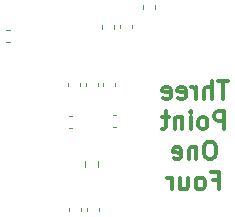
<source format=gbr>
%TF.GenerationSoftware,KiCad,Pcbnew,(5.1.10)-1*%
%TF.CreationDate,2021-10-26T10:29:25+05:30*%
%TF.ProjectId,RP2040+BMI,52503230-3430-42b4-924d-492e6b696361,rev?*%
%TF.SameCoordinates,Original*%
%TF.FileFunction,Legend,Bot*%
%TF.FilePolarity,Positive*%
%FSLAX46Y46*%
G04 Gerber Fmt 4.6, Leading zero omitted, Abs format (unit mm)*
G04 Created by KiCad (PCBNEW (5.1.10)-1) date 2021-10-26 10:29:25*
%MOMM*%
%LPD*%
G01*
G04 APERTURE LIST*
%ADD10C,0.300000*%
%ADD11C,0.120000*%
G04 APERTURE END LIST*
D10*
X196137142Y-103703571D02*
X195280000Y-103703571D01*
X195708571Y-105203571D02*
X195708571Y-103703571D01*
X194780000Y-105203571D02*
X194780000Y-103703571D01*
X194137142Y-105203571D02*
X194137142Y-104417857D01*
X194208571Y-104275000D01*
X194351428Y-104203571D01*
X194565714Y-104203571D01*
X194708571Y-104275000D01*
X194780000Y-104346428D01*
X193422857Y-105203571D02*
X193422857Y-104203571D01*
X193422857Y-104489285D02*
X193351428Y-104346428D01*
X193280000Y-104275000D01*
X193137142Y-104203571D01*
X192994285Y-104203571D01*
X191922857Y-105132142D02*
X192065714Y-105203571D01*
X192351428Y-105203571D01*
X192494285Y-105132142D01*
X192565714Y-104989285D01*
X192565714Y-104417857D01*
X192494285Y-104275000D01*
X192351428Y-104203571D01*
X192065714Y-104203571D01*
X191922857Y-104275000D01*
X191851428Y-104417857D01*
X191851428Y-104560714D01*
X192565714Y-104703571D01*
X190637142Y-105132142D02*
X190780000Y-105203571D01*
X191065714Y-105203571D01*
X191208571Y-105132142D01*
X191280000Y-104989285D01*
X191280000Y-104417857D01*
X191208571Y-104275000D01*
X191065714Y-104203571D01*
X190780000Y-104203571D01*
X190637142Y-104275000D01*
X190565714Y-104417857D01*
X190565714Y-104560714D01*
X191280000Y-104703571D01*
X195815714Y-107753571D02*
X195815714Y-106253571D01*
X195244285Y-106253571D01*
X195101428Y-106325000D01*
X195030000Y-106396428D01*
X194958571Y-106539285D01*
X194958571Y-106753571D01*
X195030000Y-106896428D01*
X195101428Y-106967857D01*
X195244285Y-107039285D01*
X195815714Y-107039285D01*
X194101428Y-107753571D02*
X194244285Y-107682142D01*
X194315714Y-107610714D01*
X194387142Y-107467857D01*
X194387142Y-107039285D01*
X194315714Y-106896428D01*
X194244285Y-106825000D01*
X194101428Y-106753571D01*
X193887142Y-106753571D01*
X193744285Y-106825000D01*
X193672857Y-106896428D01*
X193601428Y-107039285D01*
X193601428Y-107467857D01*
X193672857Y-107610714D01*
X193744285Y-107682142D01*
X193887142Y-107753571D01*
X194101428Y-107753571D01*
X192958571Y-107753571D02*
X192958571Y-106753571D01*
X192958571Y-106253571D02*
X193030000Y-106325000D01*
X192958571Y-106396428D01*
X192887142Y-106325000D01*
X192958571Y-106253571D01*
X192958571Y-106396428D01*
X192244285Y-106753571D02*
X192244285Y-107753571D01*
X192244285Y-106896428D02*
X192172857Y-106825000D01*
X192030000Y-106753571D01*
X191815714Y-106753571D01*
X191672857Y-106825000D01*
X191601428Y-106967857D01*
X191601428Y-107753571D01*
X191101428Y-106753571D02*
X190530000Y-106753571D01*
X190887142Y-106253571D02*
X190887142Y-107539285D01*
X190815714Y-107682142D01*
X190672857Y-107753571D01*
X190530000Y-107753571D01*
X194744285Y-108803571D02*
X194458571Y-108803571D01*
X194315714Y-108875000D01*
X194172857Y-109017857D01*
X194101428Y-109303571D01*
X194101428Y-109803571D01*
X194172857Y-110089285D01*
X194315714Y-110232142D01*
X194458571Y-110303571D01*
X194744285Y-110303571D01*
X194887142Y-110232142D01*
X195030000Y-110089285D01*
X195101428Y-109803571D01*
X195101428Y-109303571D01*
X195030000Y-109017857D01*
X194887142Y-108875000D01*
X194744285Y-108803571D01*
X193458571Y-109303571D02*
X193458571Y-110303571D01*
X193458571Y-109446428D02*
X193387142Y-109375000D01*
X193244285Y-109303571D01*
X193030000Y-109303571D01*
X192887142Y-109375000D01*
X192815714Y-109517857D01*
X192815714Y-110303571D01*
X191530000Y-110232142D02*
X191672857Y-110303571D01*
X191958571Y-110303571D01*
X192101428Y-110232142D01*
X192172857Y-110089285D01*
X192172857Y-109517857D01*
X192101428Y-109375000D01*
X191958571Y-109303571D01*
X191672857Y-109303571D01*
X191530000Y-109375000D01*
X191458571Y-109517857D01*
X191458571Y-109660714D01*
X192172857Y-109803571D01*
X194887142Y-112067857D02*
X195387142Y-112067857D01*
X195387142Y-112853571D02*
X195387142Y-111353571D01*
X194672857Y-111353571D01*
X193887142Y-112853571D02*
X194030000Y-112782142D01*
X194101428Y-112710714D01*
X194172857Y-112567857D01*
X194172857Y-112139285D01*
X194101428Y-111996428D01*
X194030000Y-111925000D01*
X193887142Y-111853571D01*
X193672857Y-111853571D01*
X193530000Y-111925000D01*
X193458571Y-111996428D01*
X193387142Y-112139285D01*
X193387142Y-112567857D01*
X193458571Y-112710714D01*
X193530000Y-112782142D01*
X193672857Y-112853571D01*
X193887142Y-112853571D01*
X192101428Y-111853571D02*
X192101428Y-112853571D01*
X192744285Y-111853571D02*
X192744285Y-112639285D01*
X192672857Y-112782142D01*
X192530000Y-112853571D01*
X192315714Y-112853571D01*
X192172857Y-112782142D01*
X192101428Y-112710714D01*
X191387142Y-112853571D02*
X191387142Y-111853571D01*
X191387142Y-112139285D02*
X191315714Y-111996428D01*
X191244285Y-111925000D01*
X191101428Y-111853571D01*
X190958571Y-111853571D01*
D11*
%TO.C,R2*%
X184047500Y-110917258D02*
X184047500Y-110442742D01*
X185092500Y-110917258D02*
X185092500Y-110442742D01*
%TO.C,C19*%
X177640580Y-100410000D02*
X177359420Y-100410000D01*
X177640580Y-99390000D02*
X177359420Y-99390000D01*
%TO.C,C18*%
X186349420Y-106590000D02*
X186630580Y-106590000D01*
X186349420Y-107610000D02*
X186630580Y-107610000D01*
%TO.C,C15*%
X183610000Y-103859420D02*
X183610000Y-104140580D01*
X182590000Y-103859420D02*
X182590000Y-104140580D01*
%TO.C,C11*%
X182910580Y-107620000D02*
X182629420Y-107620000D01*
X182910580Y-106600000D02*
X182629420Y-106600000D01*
%TO.C,C9*%
X185490000Y-99240580D02*
X185490000Y-98959420D01*
X186510000Y-99240580D02*
X186510000Y-98959420D01*
%TO.C,C8*%
X186600000Y-103859420D02*
X186600000Y-104140580D01*
X185580000Y-103859420D02*
X185580000Y-104140580D01*
%TO.C,C7*%
X187010000Y-99190580D02*
X187010000Y-98909420D01*
X188030000Y-99190580D02*
X188030000Y-98909420D01*
%TO.C,C6*%
X184180000Y-114690580D02*
X184180000Y-114409420D01*
X185200000Y-114690580D02*
X185200000Y-114409420D01*
%TO.C,C5*%
X183690000Y-114389420D02*
X183690000Y-114670580D01*
X182670000Y-114389420D02*
X182670000Y-114670580D01*
%TO.C,C3*%
X189910000Y-97259420D02*
X189910000Y-97540580D01*
X188890000Y-97259420D02*
X188890000Y-97540580D01*
%TO.C,C2*%
X185110000Y-103859420D02*
X185110000Y-104140580D01*
X184090000Y-103859420D02*
X184090000Y-104140580D01*
%TD*%
M02*

</source>
